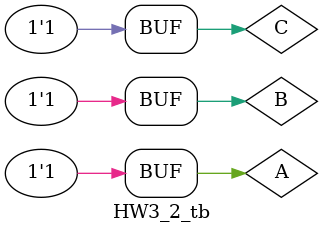
<source format=v>
`timescale 1ns / 1ps

module HW3_2(A, B, C, F1);
input A, B, C;
output F1;
assign F1 = (A) ? (B ? 1 : !C) : (B ? 0 : C);
endmodule

module HW3_2_tb;
reg A, B, C;
wire F1;

HW3_2 dut(A, B, C, F1);

initial begin
A = 0;
B = 0;
C = 0;
#10
A = 0;
B = 0;
C = 1;
#10
A = 0;
B = 1;
C = 0;
#10
A = 0;
B = 1;
C = 1;
#10
A = 1;
B = 0;
C = 0;
#10
A = 1;
B = 0;
C = 1;
#10
A = 1;
B = 1;
C = 0;
#10
A = 1;
B = 1;
C = 1;

end
endmodule

</source>
